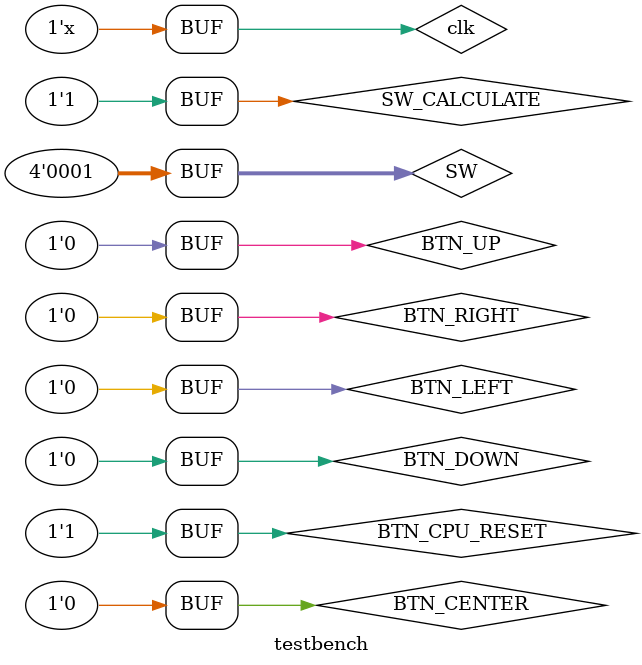
<source format=v>
`timescale 1ns / 1ps


module testbench();
    reg clk;
    reg BTN_CENTER;
    reg BTN_LEFT;
    reg BTN_RIGHT;
    reg BTN_UP;
    reg BTN_DOWN;
    reg BTN_CPU_RESET;
    reg [3:0] SW;
    reg SW_CALCULATE;
    wire [7:0] AN;
    wire [6:0] SEG;
    wire [15:0] LED;
reg CLOCK_ENABLE = 0;

wire BTN_CENTER_OUT, BTN_CENTER_OUT_ENABLE;
wire BTN_LEFT_OUT, BTN_LEFT_OUT_ENABLE;
wire BTN_RIGHT_OUT, BTN_RIGHT_OUT_ENABLE;
wire BTN_DOWN_OUT, BTN_DOWN_OUT_ENABLE;
wire BTN_UP_OUT, BTN_UP_OUT_ENABLE;
wire BTN_CPU_RESET_OUT, BTN_CPU_RESET_OUT_ENABLE;

wire [31:0] out_fsm;
wire clk_div_out;

initial
begin
        clk = 0;
        BTN_CENTER = 1'b0;
        BTN_RIGHT = 0;
        BTN_LEFT = 0;
        BTN_UP = 0;
        BTN_DOWN = 0;
        BTN_CPU_RESET = 1;
        SW_CALCULATE = 0;
        SW = 4'b0001; #10;
        BTN_RIGHT = 1'b1; #400;
        BTN_RIGHT = 1'b0; #10;
        BTN_CENTER = 1'b1; #400;
        BTN_CENTER = 1'b0; #10;
        
        BTN_RIGHT = 1'b1; #400;
        BTN_RIGHT = 1'b0; #10;
        BTN_CENTER = 1'b1; #400;
        BTN_CENTER = 1'b0; #10;
        BTN_DOWN = 1'b1; #400;
        BTN_DOWN = 1'b0; #10;
     
        BTN_CENTER = 1'b1; #400;
        BTN_CENTER = 1'b0; #10;
        BTN_RIGHT = 1'b1; #400;
        BTN_RIGHT = 1'b0; #10;
        BTN_CENTER = 1'b1; #400;
        BTN_CENTER = 1'b0; #10;
        BTN_DOWN = 1'b1; #400;
        BTN_DOWN = 1'b0; #10;
     
        BTN_CENTER = 1'b1; #400;
        BTN_CENTER = 1'b0; #10;
        BTN_RIGHT = 1'b1; #400;
        BTN_RIGHT = 1'b0; #10;
        BTN_CENTER = 1'b1; #400;
        BTN_CENTER = 1'b0; #10;
        BTN_DOWN = 1'b1; #400;
        BTN_DOWN = 1'b0; #10;
        
        BTN_CENTER = 1'b1; #400;
        BTN_CENTER = 1'b0; #10;
        BTN_RIGHT = 1'b1; #400;
        BTN_RIGHT = 1'b0; #10;
        BTN_CENTER = 1'b1; #400;
        BTN_CENTER = 1'b0; #10;
        BTN_DOWN = 1'b1; #400;
        BTN_DOWN = 1'b0; #10;
     
        BTN_CENTER = 1'b1; #400;
        BTN_CENTER = 1'b0; #10;
        BTN_RIGHT = 1'b1; #400;
        BTN_RIGHT = 1'b0; #10;
        BTN_CENTER = 1'b1; #400;
        BTN_CENTER = 1'b0; #10;
        BTN_DOWN = 1'b1; #400;
        BTN_DOWN = 1'b0; #10;
        
        BTN_CENTER = 1'b1; #400;
        BTN_CENTER = 1'b0; #10;
        BTN_RIGHT = 1'b1; #400;
        BTN_RIGHT = 1'b0; #10;
        BTN_CENTER = 1'b1; #400;
        BTN_CENTER = 1'b0; #10;
        BTN_DOWN = 1'b1; #400;
        BTN_DOWN = 1'b0; #10;
        
        BTN_CENTER = 1'b1; #400;
        BTN_CENTER = 1'b0; #400;
        
        SW_CALCULATE = 1;
        BTN_CENTER = 1'b1; #10000;
        BTN_CENTER = 1'b0; #10;
end
always #10 clk = ~clk;


always @(posedge clk)
    CLOCK_ENABLE <= ~CLOCK_ENABLE;

clk_div clk_div1 (.clk(clk),.clk_div(clk_div_out));
SevenSegmentLED seg(.clk(clk_div_out), .RESET(BTN_CPU_RESET_OUT_ENABLE),.NUMBER(out_fsm),.AN_MASK({8'b00000000}),.AN(AN), .SEG(SEG));

FILTER btn_up_filter( .CLK(clk), .CLOCK_ENABLE(CLOCK_ENABLE), .IN_SIGNAL(BTN_UP), .OUT_SIGNAL(BTN_UP_OUT), .OUT_SIGNAL_ENABLE(BTN_UP_OUT_ENABLE));
FILTER btn_down_filter( .CLK(clk), .CLOCK_ENABLE(CLOCK_ENABLE), .IN_SIGNAL(BTN_DOWN), .OUT_SIGNAL(BTN_DOWN_OUT), .OUT_SIGNAL_ENABLE(BTN_DOWN_OUT_ENABLE));
FILTER btn_left_filter( .CLK(clk), .CLOCK_ENABLE(CLOCK_ENABLE), .IN_SIGNAL(BTN_LEFT), .OUT_SIGNAL(BTN_LEFT_OUT), .OUT_SIGNAL_ENABLE(BTN_LEFT_OUT_ENABLE));
FILTER btn_right_filter( .CLK(clk), .CLOCK_ENABLE(CLOCK_ENABLE), .IN_SIGNAL(BTN_RIGHT), .OUT_SIGNAL(BTN_RIGHT_OUT), .OUT_SIGNAL_ENABLE(BTN_RIGHT_OUT_ENABLE));
FILTER btn_center_filter( .CLK(clk), .CLOCK_ENABLE(CLOCK_ENABLE), .IN_SIGNAL(BTN_CENTER), .OUT_SIGNAL(BTN_CENTER_OUT), .OUT_SIGNAL_ENABLE(BTN_CENTER_OUT_ENABLE));
FILTER btn_cpu_reset_filter(.CLK(clk), .CLOCK_ENABLE(CLOCK_ENABLE), .IN_SIGNAL(~BTN_CPU_RESET),.OUT_SIGNAL(BTN_CPU_RESET_OUT), .OUT_SIGNAL_ENABLE(BTN_CPU_RESET_OUT_ENABLE));

fsm FSM(
        .clk(clk), 
        .R_I(BTN_CENTER_OUT_ENABLE),
        .MOVE_UP(BTN_UP_OUT_ENABLE),
        .MOVE_DOWN(BTN_DOWN_OUT_ENABLE),
        .MOVE_LEFT(BTN_LEFT_OUT_ENABLE),
        .MOVE_RIGHT(BTN_RIGHT_OUT_ENABLE),
        .SW_CALCULATE(SW_CALCULATE),
        .reset(BTN_CPU_RESET_OUT_ENABLE), 
        .LED(LED), 
        .dataIn(SW), 
        .dataOut(out_fsm));

endmodule
</source>
